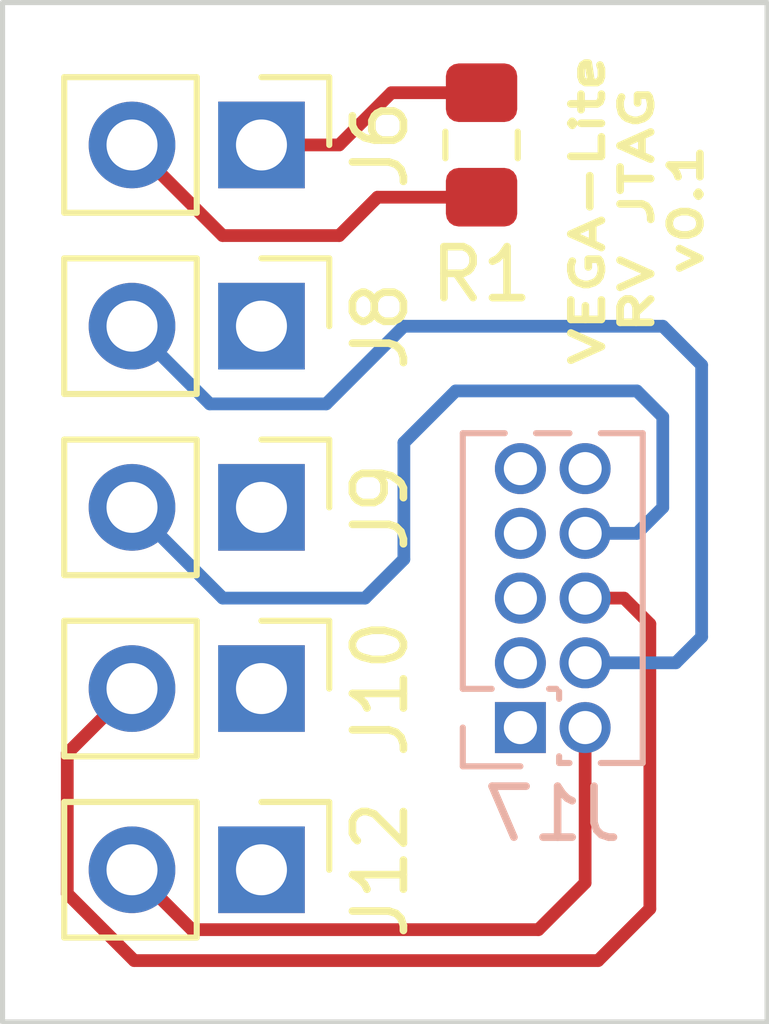
<source format=kicad_pcb>
(kicad_pcb (version 20171130) (host pcbnew "(5.1.4)-1")

  (general
    (thickness 1.2)
    (drawings 5)
    (tracks 37)
    (zones 0)
    (modules 7)
    (nets 17)
  )

  (page User 189.992 127.991)
  (title_block
    (title "VEGA-Lite RV JTAG Connection Board")
    (date 2019-09-17)
    (rev V1.0)
    (company "SHA Miao <sha@miao.im>")
  )

  (layers
    (0 F.Cu signal)
    (31 B.Cu signal)
    (32 B.Adhes user)
    (33 F.Adhes user)
    (34 B.Paste user)
    (35 F.Paste user)
    (36 B.SilkS user)
    (37 F.SilkS user)
    (38 B.Mask user)
    (39 F.Mask user)
    (40 Dwgs.User user)
    (41 Cmts.User user)
    (42 Eco1.User user)
    (43 Eco2.User user)
    (44 Edge.Cuts user)
    (45 Margin user)
    (46 B.CrtYd user)
    (47 F.CrtYd user)
    (48 B.Fab user hide)
    (49 F.Fab user hide)
  )

  (setup
    (last_trace_width 0.25)
    (trace_clearance 0.2)
    (zone_clearance 0.508)
    (zone_45_only no)
    (trace_min 0.2)
    (via_size 0.8)
    (via_drill 0.4)
    (via_min_size 0.4)
    (via_min_drill 0.3)
    (uvia_size 0.3)
    (uvia_drill 0.1)
    (uvias_allowed no)
    (uvia_min_size 0.2)
    (uvia_min_drill 0.1)
    (edge_width 0.05)
    (segment_width 0.2)
    (pcb_text_width 0.3)
    (pcb_text_size 1.5 1.5)
    (mod_edge_width 0.12)
    (mod_text_size 1 1)
    (mod_text_width 0.15)
    (pad_size 1.524 1.524)
    (pad_drill 0.762)
    (pad_to_mask_clearance 0.051)
    (solder_mask_min_width 0.25)
    (aux_axis_origin 0 0)
    (visible_elements 7FFFFFFF)
    (pcbplotparams
      (layerselection 0x010f0_ffffffff)
      (usegerberextensions false)
      (usegerberattributes false)
      (usegerberadvancedattributes false)
      (creategerberjobfile false)
      (excludeedgelayer true)
      (linewidth 0.100000)
      (plotframeref false)
      (viasonmask false)
      (mode 1)
      (useauxorigin false)
      (hpglpennumber 1)
      (hpglpenspeed 20)
      (hpglpendiameter 15.000000)
      (psnegative false)
      (psa4output false)
      (plotreference true)
      (plotvalue true)
      (plotinvisibletext false)
      (padsonsilk false)
      (subtractmaskfromsilk false)
      (outputformat 1)
      (mirror false)
      (drillshape 0)
      (scaleselection 1)
      (outputdirectory ""))
  )

  (net 0 "")
  (net 1 "Net-(J6-Pad2)")
  (net 2 "Net-(J6-Pad1)")
  (net 3 "Net-(J17-Pad4)")
  (net 4 "Net-(J8-Pad1)")
  (net 5 "Net-(J17-Pad8)")
  (net 6 "Net-(J9-Pad1)")
  (net 7 "Net-(J10-Pad2)")
  (net 8 "Net-(J10-Pad1)")
  (net 9 "Net-(J12-Pad2)")
  (net 10 "Net-(J12-Pad1)")
  (net 11 "Net-(J17-Pad10)")
  (net 12 "Net-(J17-Pad9)")
  (net 13 "Net-(J17-Pad7)")
  (net 14 "Net-(J17-Pad5)")
  (net 15 "Net-(J17-Pad3)")
  (net 16 "Net-(J17-Pad1)")

  (net_class Default 这是默认网络类。
    (clearance 0.2)
    (trace_width 0.25)
    (via_dia 0.8)
    (via_drill 0.4)
    (uvia_dia 0.3)
    (uvia_drill 0.1)
    (add_net "Net-(J10-Pad1)")
    (add_net "Net-(J10-Pad2)")
    (add_net "Net-(J12-Pad1)")
    (add_net "Net-(J12-Pad2)")
    (add_net "Net-(J17-Pad1)")
    (add_net "Net-(J17-Pad10)")
    (add_net "Net-(J17-Pad3)")
    (add_net "Net-(J17-Pad4)")
    (add_net "Net-(J17-Pad5)")
    (add_net "Net-(J17-Pad7)")
    (add_net "Net-(J17-Pad8)")
    (add_net "Net-(J17-Pad9)")
    (add_net "Net-(J6-Pad1)")
    (add_net "Net-(J6-Pad2)")
    (add_net "Net-(J8-Pad1)")
    (add_net "Net-(J9-Pad1)")
  )

  (module Resistor_SMD:R_0805_2012Metric_Pad1.15x1.40mm_HandSolder (layer F.Cu) (tedit 5B36C52B) (tstamp 5D7F506A)
    (at 28.448 38.354 270)
    (descr "Resistor SMD 0805 (2012 Metric), square (rectangular) end terminal, IPC_7351 nominal with elongated pad for handsoldering. (Body size source: https://docs.google.com/spreadsheets/d/1BsfQQcO9C6DZCsRaXUlFlo91Tg2WpOkGARC1WS5S8t0/edit?usp=sharing), generated with kicad-footprint-generator")
    (tags "resistor handsolder")
    (path /5D7FB26B)
    (attr smd)
    (fp_text reference R1 (at 2.54 0 180) (layer F.SilkS)
      (effects (font (size 1 1) (thickness 0.15)))
    )
    (fp_text value 0 (at 0 1.65 90) (layer F.Fab) hide
      (effects (font (size 1 1) (thickness 0.15)))
    )
    (fp_text user %R (at 0 0 90) (layer F.Fab)
      (effects (font (size 0.5 0.5) (thickness 0.08)))
    )
    (fp_line (start 1.85 0.95) (end -1.85 0.95) (layer F.CrtYd) (width 0.05))
    (fp_line (start 1.85 -0.95) (end 1.85 0.95) (layer F.CrtYd) (width 0.05))
    (fp_line (start -1.85 -0.95) (end 1.85 -0.95) (layer F.CrtYd) (width 0.05))
    (fp_line (start -1.85 0.95) (end -1.85 -0.95) (layer F.CrtYd) (width 0.05))
    (fp_line (start -0.261252 0.71) (end 0.261252 0.71) (layer F.SilkS) (width 0.12))
    (fp_line (start -0.261252 -0.71) (end 0.261252 -0.71) (layer F.SilkS) (width 0.12))
    (fp_line (start 1 0.6) (end -1 0.6) (layer F.Fab) (width 0.1))
    (fp_line (start 1 -0.6) (end 1 0.6) (layer F.Fab) (width 0.1))
    (fp_line (start -1 -0.6) (end 1 -0.6) (layer F.Fab) (width 0.1))
    (fp_line (start -1 0.6) (end -1 -0.6) (layer F.Fab) (width 0.1))
    (pad 2 smd roundrect (at 1.025 0 270) (size 1.15 1.4) (layers F.Cu F.Paste F.Mask) (roundrect_rratio 0.217391)
      (net 1 "Net-(J6-Pad2)"))
    (pad 1 smd roundrect (at -1.025 0 270) (size 1.15 1.4) (layers F.Cu F.Paste F.Mask) (roundrect_rratio 0.217391)
      (net 2 "Net-(J6-Pad1)"))
    (model ${KISYS3DMOD}/Resistor_SMD.3dshapes/R_0805_2012Metric.wrl
      (at (xyz 0 0 0))
      (scale (xyz 1 1 1))
      (rotate (xyz 0 0 0))
    )
  )

  (module Connector_PinHeader_1.27mm:PinHeader_2x05_P1.27mm_Vertical (layer B.Cu) (tedit 59FED6E3) (tstamp 5D7F5059)
    (at 29.21 49.784)
    (descr "Through hole straight pin header, 2x05, 1.27mm pitch, double rows")
    (tags "Through hole pin header THT 2x05 1.27mm double row")
    (path /5D7F4252)
    (fp_text reference J17 (at 0.635 1.695) (layer B.SilkS)
      (effects (font (size 1 1) (thickness 0.15)) (justify mirror))
    )
    (fp_text value "RISC-V JTAG" (at 3.81 -2.54 90) (layer B.Fab) hide
      (effects (font (size 1 1) (thickness 0.15)) (justify mirror))
    )
    (fp_text user %R (at 0.635 -2.54 -90) (layer B.Fab)
      (effects (font (size 1 1) (thickness 0.15)) (justify mirror))
    )
    (fp_line (start 2.85 1.15) (end -1.6 1.15) (layer B.CrtYd) (width 0.05))
    (fp_line (start 2.85 -6.25) (end 2.85 1.15) (layer B.CrtYd) (width 0.05))
    (fp_line (start -1.6 -6.25) (end 2.85 -6.25) (layer B.CrtYd) (width 0.05))
    (fp_line (start -1.6 1.15) (end -1.6 -6.25) (layer B.CrtYd) (width 0.05))
    (fp_line (start -1.13 0.76) (end 0 0.76) (layer B.SilkS) (width 0.12))
    (fp_line (start -1.13 0) (end -1.13 0.76) (layer B.SilkS) (width 0.12))
    (fp_line (start 1.57753 0.695) (end 2.4 0.695) (layer B.SilkS) (width 0.12))
    (fp_line (start 0.76 0.695) (end 0.96247 0.695) (layer B.SilkS) (width 0.12))
    (fp_line (start 0.76 0.563471) (end 0.76 0.695) (layer B.SilkS) (width 0.12))
    (fp_line (start 0.76 -0.706529) (end 0.76 -0.563471) (layer B.SilkS) (width 0.12))
    (fp_line (start 0.563471 -0.76) (end 0.706529 -0.76) (layer B.SilkS) (width 0.12))
    (fp_line (start -1.13 -0.76) (end -0.563471 -0.76) (layer B.SilkS) (width 0.12))
    (fp_line (start 2.4 0.695) (end 2.4 -5.775) (layer B.SilkS) (width 0.12))
    (fp_line (start -1.13 -0.76) (end -1.13 -5.775) (layer B.SilkS) (width 0.12))
    (fp_line (start 0.30753 -5.775) (end 0.96247 -5.775) (layer B.SilkS) (width 0.12))
    (fp_line (start 1.57753 -5.775) (end 2.4 -5.775) (layer B.SilkS) (width 0.12))
    (fp_line (start -1.13 -5.775) (end -0.30753 -5.775) (layer B.SilkS) (width 0.12))
    (fp_line (start -1.07 -0.2175) (end -0.2175 0.635) (layer B.Fab) (width 0.1))
    (fp_line (start -1.07 -5.715) (end -1.07 -0.2175) (layer B.Fab) (width 0.1))
    (fp_line (start 2.34 -5.715) (end -1.07 -5.715) (layer B.Fab) (width 0.1))
    (fp_line (start 2.34 0.635) (end 2.34 -5.715) (layer B.Fab) (width 0.1))
    (fp_line (start -0.2175 0.635) (end 2.34 0.635) (layer B.Fab) (width 0.1))
    (pad 10 thru_hole oval (at 1.27 -5.08) (size 1 1) (drill 0.65) (layers *.Cu *.Mask)
      (net 11 "Net-(J17-Pad10)"))
    (pad 9 thru_hole oval (at 0 -5.08) (size 1 1) (drill 0.65) (layers *.Cu *.Mask)
      (net 12 "Net-(J17-Pad9)"))
    (pad 8 thru_hole oval (at 1.27 -3.81) (size 1 1) (drill 0.65) (layers *.Cu *.Mask)
      (net 5 "Net-(J17-Pad8)"))
    (pad 7 thru_hole oval (at 0 -3.81) (size 1 1) (drill 0.65) (layers *.Cu *.Mask)
      (net 13 "Net-(J17-Pad7)"))
    (pad 6 thru_hole oval (at 1.27 -2.54) (size 1 1) (drill 0.65) (layers *.Cu *.Mask)
      (net 7 "Net-(J10-Pad2)"))
    (pad 5 thru_hole oval (at 0 -2.54) (size 1 1) (drill 0.65) (layers *.Cu *.Mask)
      (net 14 "Net-(J17-Pad5)"))
    (pad 4 thru_hole oval (at 1.27 -1.27) (size 1 1) (drill 0.65) (layers *.Cu *.Mask)
      (net 3 "Net-(J17-Pad4)"))
    (pad 3 thru_hole oval (at 0 -1.27) (size 1 1) (drill 0.65) (layers *.Cu *.Mask)
      (net 15 "Net-(J17-Pad3)"))
    (pad 2 thru_hole oval (at 1.27 0) (size 1 1) (drill 0.65) (layers *.Cu *.Mask)
      (net 9 "Net-(J12-Pad2)"))
    (pad 1 thru_hole rect (at 0 0) (size 1 1) (drill 0.65) (layers *.Cu *.Mask)
      (net 16 "Net-(J17-Pad1)"))
    (model ${KISYS3DMOD}/Connector_PinHeader_1.27mm.3dshapes/PinHeader_2x05_P1.27mm_Vertical.wrl
      (at (xyz 0 0 0))
      (scale (xyz 1 1 1))
      (rotate (xyz 0 0 0))
    )
  )

  (module Connector_PinHeader_2.54mm:PinHeader_1x02_P2.54mm_Vertical (layer F.Cu) (tedit 59FED5CC) (tstamp 5D7F5034)
    (at 24.13 52.574 270)
    (descr "Through hole straight pin header, 1x02, 2.54mm pitch, single row")
    (tags "Through hole pin header THT 1x02 2.54mm single row")
    (path /5D7964D9)
    (fp_text reference J12 (at 0 -2.33 90) (layer F.SilkS)
      (effects (font (size 1 1) (thickness 0.15)))
    )
    (fp_text value SWD_DIO_TGTMCU_BUF (at 0 4.87 90) (layer F.Fab) hide
      (effects (font (size 1 1) (thickness 0.15)))
    )
    (fp_text user %R (at 0 1.27) (layer F.Fab) hide
      (effects (font (size 1 1) (thickness 0.15)))
    )
    (fp_line (start 1.8 -1.8) (end -1.8 -1.8) (layer F.CrtYd) (width 0.05))
    (fp_line (start 1.8 4.35) (end 1.8 -1.8) (layer F.CrtYd) (width 0.05))
    (fp_line (start -1.8 4.35) (end 1.8 4.35) (layer F.CrtYd) (width 0.05))
    (fp_line (start -1.8 -1.8) (end -1.8 4.35) (layer F.CrtYd) (width 0.05))
    (fp_line (start -1.33 -1.33) (end 0 -1.33) (layer F.SilkS) (width 0.12))
    (fp_line (start -1.33 0) (end -1.33 -1.33) (layer F.SilkS) (width 0.12))
    (fp_line (start -1.33 1.27) (end 1.33 1.27) (layer F.SilkS) (width 0.12))
    (fp_line (start 1.33 1.27) (end 1.33 3.87) (layer F.SilkS) (width 0.12))
    (fp_line (start -1.33 1.27) (end -1.33 3.87) (layer F.SilkS) (width 0.12))
    (fp_line (start -1.33 3.87) (end 1.33 3.87) (layer F.SilkS) (width 0.12))
    (fp_line (start -1.27 -0.635) (end -0.635 -1.27) (layer F.Fab) (width 0.1))
    (fp_line (start -1.27 3.81) (end -1.27 -0.635) (layer F.Fab) (width 0.1))
    (fp_line (start 1.27 3.81) (end -1.27 3.81) (layer F.Fab) (width 0.1))
    (fp_line (start 1.27 -1.27) (end 1.27 3.81) (layer F.Fab) (width 0.1))
    (fp_line (start -0.635 -1.27) (end 1.27 -1.27) (layer F.Fab) (width 0.1))
    (pad 2 thru_hole oval (at 0 2.54 270) (size 1.7 1.7) (drill 1) (layers *.Cu *.Mask)
      (net 9 "Net-(J12-Pad2)"))
    (pad 1 thru_hole rect (at 0 0 270) (size 1.7 1.7) (drill 1) (layers *.Cu *.Mask)
      (net 10 "Net-(J12-Pad1)"))
    (model ${KISYS3DMOD}/Connector_PinHeader_2.54mm.3dshapes/PinHeader_1x02_P2.54mm_Vertical.wrl
      (at (xyz 0 0 0))
      (scale (xyz 1 1 1))
      (rotate (xyz 0 0 0))
    )
  )

  (module Connector_PinHeader_2.54mm:PinHeader_1x02_P2.54mm_Vertical (layer F.Cu) (tedit 59FED5CC) (tstamp 5D7F501E)
    (at 24.13 49.019 270)
    (descr "Through hole straight pin header, 1x02, 2.54mm pitch, single row")
    (tags "Through hole pin header THT 1x02 2.54mm single row")
    (path /5D795FB1)
    (fp_text reference J10 (at 0 -2.33 90) (layer F.SilkS)
      (effects (font (size 1 1) (thickness 0.15)))
    )
    (fp_text value JTAG_TDO_TGTMCU_BUF (at 0 4.87 90) (layer F.Fab) hide
      (effects (font (size 1 1) (thickness 0.15)))
    )
    (fp_text user %R (at 0 1.27) (layer F.Fab) hide
      (effects (font (size 1 1) (thickness 0.15)))
    )
    (fp_line (start 1.8 -1.8) (end -1.8 -1.8) (layer F.CrtYd) (width 0.05))
    (fp_line (start 1.8 4.35) (end 1.8 -1.8) (layer F.CrtYd) (width 0.05))
    (fp_line (start -1.8 4.35) (end 1.8 4.35) (layer F.CrtYd) (width 0.05))
    (fp_line (start -1.8 -1.8) (end -1.8 4.35) (layer F.CrtYd) (width 0.05))
    (fp_line (start -1.33 -1.33) (end 0 -1.33) (layer F.SilkS) (width 0.12))
    (fp_line (start -1.33 0) (end -1.33 -1.33) (layer F.SilkS) (width 0.12))
    (fp_line (start -1.33 1.27) (end 1.33 1.27) (layer F.SilkS) (width 0.12))
    (fp_line (start 1.33 1.27) (end 1.33 3.87) (layer F.SilkS) (width 0.12))
    (fp_line (start -1.33 1.27) (end -1.33 3.87) (layer F.SilkS) (width 0.12))
    (fp_line (start -1.33 3.87) (end 1.33 3.87) (layer F.SilkS) (width 0.12))
    (fp_line (start -1.27 -0.635) (end -0.635 -1.27) (layer F.Fab) (width 0.1))
    (fp_line (start -1.27 3.81) (end -1.27 -0.635) (layer F.Fab) (width 0.1))
    (fp_line (start 1.27 3.81) (end -1.27 3.81) (layer F.Fab) (width 0.1))
    (fp_line (start 1.27 -1.27) (end 1.27 3.81) (layer F.Fab) (width 0.1))
    (fp_line (start -0.635 -1.27) (end 1.27 -1.27) (layer F.Fab) (width 0.1))
    (pad 2 thru_hole oval (at 0 2.54 270) (size 1.7 1.7) (drill 1) (layers *.Cu *.Mask)
      (net 7 "Net-(J10-Pad2)"))
    (pad 1 thru_hole rect (at 0 0 270) (size 1.7 1.7) (drill 1) (layers *.Cu *.Mask)
      (net 8 "Net-(J10-Pad1)"))
    (model ${KISYS3DMOD}/Connector_PinHeader_2.54mm.3dshapes/PinHeader_1x02_P2.54mm_Vertical.wrl
      (at (xyz 0 0 0))
      (scale (xyz 1 1 1))
      (rotate (xyz 0 0 0))
    )
  )

  (module Connector_PinHeader_2.54mm:PinHeader_1x02_P2.54mm_Vertical (layer F.Cu) (tedit 59FED5CC) (tstamp 5D7F5008)
    (at 24.13 45.464 270)
    (descr "Through hole straight pin header, 1x02, 2.54mm pitch, single row")
    (tags "Through hole pin header THT 1x02 2.54mm single row")
    (path /5D795BD9)
    (fp_text reference J9 (at 0 -2.33 90) (layer F.SilkS)
      (effects (font (size 1 1) (thickness 0.15)))
    )
    (fp_text value JTAG_TDI_TGTMCU_BUF (at 0 4.87 90) (layer F.Fab) hide
      (effects (font (size 1 1) (thickness 0.15)))
    )
    (fp_text user %R (at 0 1.27) (layer F.Fab) hide
      (effects (font (size 1 1) (thickness 0.15)))
    )
    (fp_line (start 1.8 -1.8) (end -1.8 -1.8) (layer F.CrtYd) (width 0.05))
    (fp_line (start 1.8 4.35) (end 1.8 -1.8) (layer F.CrtYd) (width 0.05))
    (fp_line (start -1.8 4.35) (end 1.8 4.35) (layer F.CrtYd) (width 0.05))
    (fp_line (start -1.8 -1.8) (end -1.8 4.35) (layer F.CrtYd) (width 0.05))
    (fp_line (start -1.33 -1.33) (end 0 -1.33) (layer F.SilkS) (width 0.12))
    (fp_line (start -1.33 0) (end -1.33 -1.33) (layer F.SilkS) (width 0.12))
    (fp_line (start -1.33 1.27) (end 1.33 1.27) (layer F.SilkS) (width 0.12))
    (fp_line (start 1.33 1.27) (end 1.33 3.87) (layer F.SilkS) (width 0.12))
    (fp_line (start -1.33 1.27) (end -1.33 3.87) (layer F.SilkS) (width 0.12))
    (fp_line (start -1.33 3.87) (end 1.33 3.87) (layer F.SilkS) (width 0.12))
    (fp_line (start -1.27 -0.635) (end -0.635 -1.27) (layer F.Fab) (width 0.1))
    (fp_line (start -1.27 3.81) (end -1.27 -0.635) (layer F.Fab) (width 0.1))
    (fp_line (start 1.27 3.81) (end -1.27 3.81) (layer F.Fab) (width 0.1))
    (fp_line (start 1.27 -1.27) (end 1.27 3.81) (layer F.Fab) (width 0.1))
    (fp_line (start -0.635 -1.27) (end 1.27 -1.27) (layer F.Fab) (width 0.1))
    (pad 2 thru_hole oval (at 0 2.54 270) (size 1.7 1.7) (drill 1) (layers *.Cu *.Mask)
      (net 5 "Net-(J17-Pad8)"))
    (pad 1 thru_hole rect (at 0 0 270) (size 1.7 1.7) (drill 1) (layers *.Cu *.Mask)
      (net 6 "Net-(J9-Pad1)"))
    (model ${KISYS3DMOD}/Connector_PinHeader_2.54mm.3dshapes/PinHeader_1x02_P2.54mm_Vertical.wrl
      (at (xyz 0 0 0))
      (scale (xyz 1 1 1))
      (rotate (xyz 0 0 0))
    )
  )

  (module Connector_PinHeader_2.54mm:PinHeader_1x02_P2.54mm_Vertical (layer F.Cu) (tedit 59FED5CC) (tstamp 5D7F4FF2)
    (at 24.13 41.909 270)
    (descr "Through hole straight pin header, 1x02, 2.54mm pitch, single row")
    (tags "Through hole pin header THT 1x02 2.54mm single row")
    (path /5D7957BC)
    (fp_text reference J8 (at 0 -2.33 90) (layer F.SilkS)
      (effects (font (size 1 1) (thickness 0.15)))
    )
    (fp_text value SWD_CLK_TGTMCU_BU (at 0 4.87 90) (layer F.Fab) hide
      (effects (font (size 1 1) (thickness 0.15)))
    )
    (fp_text user %R (at 0 1.27) (layer F.Fab) hide
      (effects (font (size 1 1) (thickness 0.15)))
    )
    (fp_line (start 1.8 -1.8) (end -1.8 -1.8) (layer F.CrtYd) (width 0.05))
    (fp_line (start 1.8 4.35) (end 1.8 -1.8) (layer F.CrtYd) (width 0.05))
    (fp_line (start -1.8 4.35) (end 1.8 4.35) (layer F.CrtYd) (width 0.05))
    (fp_line (start -1.8 -1.8) (end -1.8 4.35) (layer F.CrtYd) (width 0.05))
    (fp_line (start -1.33 -1.33) (end 0 -1.33) (layer F.SilkS) (width 0.12))
    (fp_line (start -1.33 0) (end -1.33 -1.33) (layer F.SilkS) (width 0.12))
    (fp_line (start -1.33 1.27) (end 1.33 1.27) (layer F.SilkS) (width 0.12))
    (fp_line (start 1.33 1.27) (end 1.33 3.87) (layer F.SilkS) (width 0.12))
    (fp_line (start -1.33 1.27) (end -1.33 3.87) (layer F.SilkS) (width 0.12))
    (fp_line (start -1.33 3.87) (end 1.33 3.87) (layer F.SilkS) (width 0.12))
    (fp_line (start -1.27 -0.635) (end -0.635 -1.27) (layer F.Fab) (width 0.1))
    (fp_line (start -1.27 3.81) (end -1.27 -0.635) (layer F.Fab) (width 0.1))
    (fp_line (start 1.27 3.81) (end -1.27 3.81) (layer F.Fab) (width 0.1))
    (fp_line (start 1.27 -1.27) (end 1.27 3.81) (layer F.Fab) (width 0.1))
    (fp_line (start -0.635 -1.27) (end 1.27 -1.27) (layer F.Fab) (width 0.1))
    (pad 2 thru_hole oval (at 0 2.54 270) (size 1.7 1.7) (drill 1) (layers *.Cu *.Mask)
      (net 3 "Net-(J17-Pad4)"))
    (pad 1 thru_hole rect (at 0 0 270) (size 1.7 1.7) (drill 1) (layers *.Cu *.Mask)
      (net 4 "Net-(J8-Pad1)"))
    (model ${KISYS3DMOD}/Connector_PinHeader_2.54mm.3dshapes/PinHeader_1x02_P2.54mm_Vertical.wrl
      (at (xyz 0 0 0))
      (scale (xyz 1 1 1))
      (rotate (xyz 0 0 0))
    )
  )

  (module Connector_PinHeader_2.54mm:PinHeader_1x02_P2.54mm_Vertical (layer F.Cu) (tedit 59FED5CC) (tstamp 5D7F4FDC)
    (at 24.13 38.354 270)
    (descr "Through hole straight pin header, 1x02, 2.54mm pitch, single row")
    (tags "Through hole pin header THT 1x02 2.54mm single row")
    (path /5D794274)
    (fp_text reference J6 (at 0 -2.33 90) (layer F.SilkS)
      (effects (font (size 1 1) (thickness 0.15)))
    )
    (fp_text value JTAG_RESET (at 0 4.87 90) (layer F.Fab) hide
      (effects (font (size 1 1) (thickness 0.15)))
    )
    (fp_text user %R (at 0 1.27) (layer F.Fab) hide
      (effects (font (size 1 1) (thickness 0.15)))
    )
    (fp_line (start 1.8 -1.8) (end -1.8 -1.8) (layer F.CrtYd) (width 0.05))
    (fp_line (start 1.8 4.35) (end 1.8 -1.8) (layer F.CrtYd) (width 0.05))
    (fp_line (start -1.8 4.35) (end 1.8 4.35) (layer F.CrtYd) (width 0.05))
    (fp_line (start -1.8 -1.8) (end -1.8 4.35) (layer F.CrtYd) (width 0.05))
    (fp_line (start -1.33 -1.33) (end 0 -1.33) (layer F.SilkS) (width 0.12))
    (fp_line (start -1.33 0) (end -1.33 -1.33) (layer F.SilkS) (width 0.12))
    (fp_line (start -1.33 1.27) (end 1.33 1.27) (layer F.SilkS) (width 0.12))
    (fp_line (start 1.33 1.27) (end 1.33 3.87) (layer F.SilkS) (width 0.12))
    (fp_line (start -1.33 1.27) (end -1.33 3.87) (layer F.SilkS) (width 0.12))
    (fp_line (start -1.33 3.87) (end 1.33 3.87) (layer F.SilkS) (width 0.12))
    (fp_line (start -1.27 -0.635) (end -0.635 -1.27) (layer F.Fab) (width 0.1))
    (fp_line (start -1.27 3.81) (end -1.27 -0.635) (layer F.Fab) (width 0.1))
    (fp_line (start 1.27 3.81) (end -1.27 3.81) (layer F.Fab) (width 0.1))
    (fp_line (start 1.27 -1.27) (end 1.27 3.81) (layer F.Fab) (width 0.1))
    (fp_line (start -0.635 -1.27) (end 1.27 -1.27) (layer F.Fab) (width 0.1))
    (pad 2 thru_hole oval (at 0 2.54 270) (size 1.7 1.7) (drill 1) (layers *.Cu *.Mask)
      (net 1 "Net-(J6-Pad2)"))
    (pad 1 thru_hole rect (at 0 0 270) (size 1.7 1.7) (drill 1) (layers *.Cu *.Mask)
      (net 2 "Net-(J6-Pad1)"))
    (model ${KISYS3DMOD}/Connector_PinHeader_2.54mm.3dshapes/PinHeader_1x02_P2.54mm_Vertical.wrl
      (at (xyz 0 0 0))
      (scale (xyz 1 1 1))
      (rotate (xyz 0 0 0))
    )
  )

  (gr_text "VEGA-Lite\nRV JTAG\nv0.1" (at 31.496 39.624 90) (layer F.SilkS)
    (effects (font (size 0.6 0.8) (thickness 0.15)))
  )
  (gr_line (start 19.05 55.56) (end 34.05 55.56) (layer Edge.Cuts) (width 0.1) (tstamp 5D7F518F))
  (gr_line (start 34.05 55.56) (end 34.05 35.56) (layer Edge.Cuts) (width 0.1) (tstamp 5D7F518D))
  (gr_line (start 19.05 55.56) (end 19.05 35.56) (layer Edge.Cuts) (width 0.1))
  (gr_line (start 19.05 35.56) (end 34.05 35.56) (layer Edge.Cuts) (width 0.1))

  (segment (start 21.59 38.354) (end 23.368 40.132) (width 0.25) (layer F.Cu) (net 1))
  (segment (start 23.368 40.132) (end 25.654 40.132) (width 0.25) (layer F.Cu) (net 1))
  (segment (start 26.407 39.379) (end 28.448 39.379) (width 0.25) (layer F.Cu) (net 1))
  (segment (start 25.654 40.132) (end 26.407 39.379) (width 0.25) (layer F.Cu) (net 1))
  (segment (start 24.13 38.354) (end 25.654 38.354) (width 0.25) (layer F.Cu) (net 2))
  (segment (start 26.679 37.329) (end 28.448 37.329) (width 0.25) (layer F.Cu) (net 2))
  (segment (start 25.654 38.354) (end 26.679 37.329) (width 0.25) (layer F.Cu) (net 2))
  (segment (start 32.766 48.006) (end 32.258 48.514) (width 0.25) (layer B.Cu) (net 3))
  (segment (start 32.258 48.514) (end 30.48 48.514) (width 0.25) (layer B.Cu) (net 3))
  (segment (start 23.115 43.434) (end 25.4 43.434) (width 0.25) (layer B.Cu) (net 3))
  (segment (start 21.59 41.909) (end 23.115 43.434) (width 0.25) (layer B.Cu) (net 3))
  (segment (start 25.4 43.434) (end 26.924 41.91) (width 0.25) (layer B.Cu) (net 3))
  (segment (start 26.924 41.91) (end 32.004 41.91) (width 0.25) (layer B.Cu) (net 3))
  (segment (start 32.004 41.91) (end 32.766 42.672) (width 0.25) (layer B.Cu) (net 3))
  (segment (start 32.766 42.672) (end 32.766 48.006) (width 0.25) (layer B.Cu) (net 3))
  (segment (start 30.48 45.974) (end 31.496 45.974) (width 0.25) (layer B.Cu) (net 5))
  (segment (start 31.496 45.974) (end 32.004 45.466) (width 0.25) (layer B.Cu) (net 5))
  (segment (start 32.004 45.466) (end 32.004 43.688) (width 0.25) (layer B.Cu) (net 5))
  (segment (start 32.004 43.688) (end 31.496 43.18) (width 0.25) (layer B.Cu) (net 5))
  (segment (start 27.94 43.18) (end 26.924 44.196) (width 0.25) (layer B.Cu) (net 5))
  (segment (start 31.496 43.18) (end 27.94 43.18) (width 0.25) (layer B.Cu) (net 5))
  (segment (start 26.924 44.196) (end 26.924 46.482) (width 0.25) (layer B.Cu) (net 5))
  (segment (start 26.924 46.482) (end 26.162 47.244) (width 0.25) (layer B.Cu) (net 5))
  (segment (start 23.37 47.244) (end 21.59 45.464) (width 0.25) (layer B.Cu) (net 5))
  (segment (start 26.162 47.244) (end 23.37 47.244) (width 0.25) (layer B.Cu) (net 5))
  (segment (start 20.32 50.289) (end 20.32 53.043002) (width 0.25) (layer F.Cu) (net 7))
  (segment (start 21.59 49.019) (end 20.32 50.289) (width 0.25) (layer F.Cu) (net 7))
  (segment (start 20.32 53.043002) (end 21.632998 54.356) (width 0.25) (layer F.Cu) (net 7))
  (segment (start 31.242 47.244) (end 30.48 47.244) (width 0.25) (layer F.Cu) (net 7))
  (segment (start 21.632998 54.356) (end 30.734 54.356) (width 0.25) (layer F.Cu) (net 7))
  (segment (start 31.75 47.752) (end 31.242 47.244) (width 0.25) (layer F.Cu) (net 7))
  (segment (start 30.734 54.356) (end 31.75 53.34) (width 0.25) (layer F.Cu) (net 7))
  (segment (start 31.75 53.34) (end 31.75 47.752) (width 0.25) (layer F.Cu) (net 7))
  (segment (start 22.765001 53.749001) (end 29.562999 53.749001) (width 0.25) (layer F.Cu) (net 9))
  (segment (start 21.59 52.574) (end 22.765001 53.749001) (width 0.25) (layer F.Cu) (net 9))
  (segment (start 30.48 52.832) (end 30.48 49.784) (width 0.25) (layer F.Cu) (net 9))
  (segment (start 29.562999 53.749001) (end 30.48 52.832) (width 0.25) (layer F.Cu) (net 9))

)

</source>
